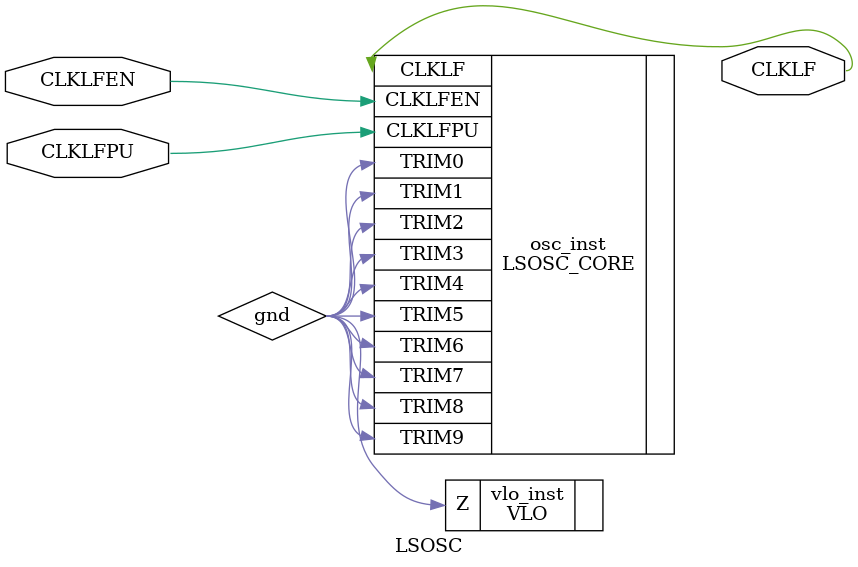
<source format=v>
`timescale 1ns/1ns
module LSOSC(CLKLFPU, CLKLFEN, CLKLF); // synthesis syn_black_box
    (* \desc = "Power up the oscillator. After power up, output will be stable after 100us. Active high" *)
    input CLKLFPU;
    (* \desc = "Enable the clock output. Enable should be low for the 100us power up period. Active high" *)
    input CLKLFEN;
    (* \desc = "Oscillator output" *)
    output CLKLF;

    wire gnd;
    VLO vlo_inst(.Z(gnd));

    LSOSC_CORE osc_inst(.CLKLFPU(CLKLFPU), .CLKLFEN(CLKLFEN), .CLKLF(CLKLF),
                  .TRIM0(gnd), .TRIM1(gnd), .TRIM2(gnd), .TRIM3(gnd), .TRIM4(gnd), .TRIM5(gnd), .TRIM6(gnd), .TRIM7(gnd), .TRIM8(gnd), .TRIM9(gnd));

endmodule

</source>
